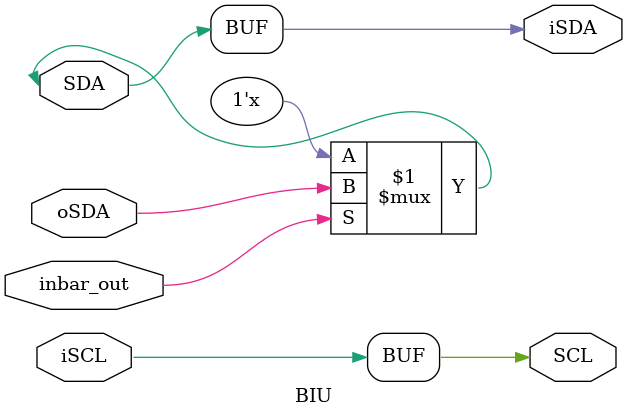
<source format=v>

/******************************************************************* 
 *  
 * Module: BIU.v 
 * Project: i2cMaster
 * Author: Aya ElAkhras,   ayaelakhras@aucegypt.edu
 * Description: This module 
 *  
 * Change history: 02/11/18 – Started Working  
 *                 10/29/17 – Did something else 
 *  
 **********************************************************************/ 

`timescale 1ns/1ns

module BIU(inbar_out, iSCL, oSDA, SDA, iSDA, SCL);
    input inbar_out;
    input iSCL;
    input oSDA;    // data to be outputted to the slave arrive here and shall be passed to SDA
    
    inout SDA;

    output iSDA;  // data inputted from the slave will be put here
    output SCL;
    
    
    
   // Tristate buffer logic to control the behavior of inout port      
   assign iSDA =  SDA;
   assign SDA = (inbar_out) ? oSDA: 1'bz;

   assign SCL = iSCL;    



endmodule


</source>
